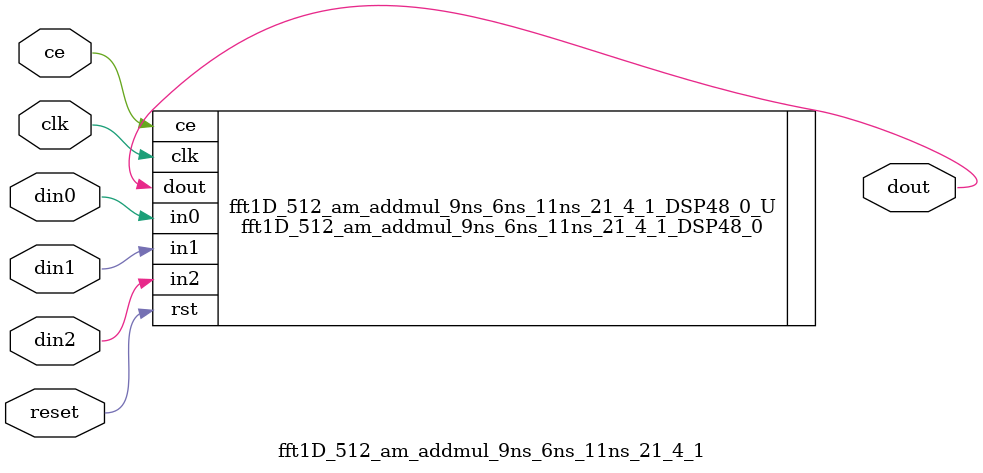
<source format=v>
module fft1D_512_am_addmul_9ns_6ns_11ns_21_4_1(clk,reset,ce,din0,din1,din2,dout); 
parameter ID = 32'd1;
parameter NUM_STAGE = 32'd1;
parameter din0_WIDTH = 32'd1;
parameter din1_WIDTH = 32'd1;
parameter din2_WIDTH = 32'd1;
parameter dout_WIDTH = 32'd1;
input clk;
input reset;
input ce;
input[din0_WIDTH - 1:0] din0;
input[din1_WIDTH - 1:0] din1;
input[din2_WIDTH - 1:0] din2;
output[dout_WIDTH - 1:0] dout;
fft1D_512_am_addmul_9ns_6ns_11ns_21_4_1_DSP48_0 fft1D_512_am_addmul_9ns_6ns_11ns_21_4_1_DSP48_0_U(.clk( clk ),.rst( reset ),.ce( ce ),.in0( din0 ),.in1( din1 ),.in2( din2 ),.dout( dout ));
endmodule
</source>
